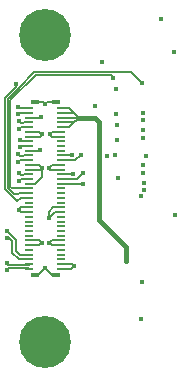
<source format=gbr>
%TF.GenerationSoftware,KiCad,Pcbnew,7.0.10*%
%TF.CreationDate,2024-02-01T11:04:59-05:00*%
%TF.ProjectId,quad_payload_adapter,71756164-5f70-4617-996c-6f61645f6164,rev?*%
%TF.SameCoordinates,Original*%
%TF.FileFunction,Copper,L6,Bot*%
%TF.FilePolarity,Positive*%
%FSLAX46Y46*%
G04 Gerber Fmt 4.6, Leading zero omitted, Abs format (unit mm)*
G04 Created by KiCad (PCBNEW 7.0.10) date 2024-02-01 11:04:59*
%MOMM*%
%LPD*%
G01*
G04 APERTURE LIST*
%TA.AperFunction,SMDPad,CuDef*%
%ADD10R,0.700000X0.350000*%
%TD*%
%TA.AperFunction,SMDPad,CuDef*%
%ADD11R,0.660000X0.230000*%
%TD*%
%TA.AperFunction,ComponentPad*%
%ADD12C,4.400000*%
%TD*%
%TA.AperFunction,ViaPad*%
%ADD13C,0.400000*%
%TD*%
%TA.AperFunction,Conductor*%
%ADD14C,0.127000*%
%TD*%
%TA.AperFunction,Conductor*%
%ADD15C,0.152400*%
%TD*%
%TA.AperFunction,Conductor*%
%ADD16C,0.381000*%
%TD*%
%TA.AperFunction,Conductor*%
%ADD17C,0.132080*%
%TD*%
%TA.AperFunction,Conductor*%
%ADD18C,0.144780*%
%TD*%
G04 APERTURE END LIST*
D10*
%TO.P,J2,SH,Shield*%
%TO.N,GND*%
X96860000Y-92665000D03*
X95140000Y-92665000D03*
X96860000Y-107335000D03*
X95140000Y-107335000D03*
D11*
%TO.P,J2,70,Pin_70*%
%TO.N,+VIN_PROT_PAYLOAD*%
X97355000Y-93200000D03*
%TO.P,J2,69,Pin_69*%
X97355000Y-93600000D03*
%TO.P,J2,68,Pin_68*%
X97355000Y-94000000D03*
%TO.P,J2,67,Pin_67*%
X97355000Y-94400000D03*
%TO.P,J2,66,Pin_66*%
X97355000Y-94800000D03*
%TO.P,J2,65,Pin_65*%
%TO.N,GND*%
X97355000Y-95200000D03*
%TO.P,J2,64,Pin_64*%
X97355000Y-95600000D03*
%TO.P,J2,63,Pin_63*%
%TO.N,unconnected-(J2-Pin_63-Pad63)*%
X97355000Y-96000000D03*
%TO.P,J2,62,Pin_62*%
%TO.N,unconnected-(J2-Pin_62-Pad62)*%
X97355000Y-96400000D03*
%TO.P,J2,61,Pin_61*%
%TO.N,unconnected-(J2-Pin_61-Pad61)*%
X97355000Y-96800000D03*
%TO.P,J2,60,Pin_60*%
%TO.N,USB2_SSRX+*%
X97355000Y-97200000D03*
%TO.P,J2,59,Pin_59*%
%TO.N,USB2_SSRX-*%
X97355000Y-97600000D03*
%TO.P,J2,58,Pin_58*%
%TO.N,GND*%
X97355000Y-98000000D03*
%TO.P,J2,57,Pin_57*%
X97355000Y-98400000D03*
%TO.P,J2,56,Pin_56*%
%TO.N,USB2_SSTX+*%
X97355000Y-98800000D03*
%TO.P,J2,55,Pin_55*%
%TO.N,USB2_SSTX-*%
X97355000Y-99200000D03*
%TO.P,J2,54,Pin_54*%
%TO.N,GND*%
X97355000Y-99600000D03*
%TO.P,J2,53,Pin_53*%
%TO.N,unconnected-(J2-Pin_53-Pad53)*%
X97355000Y-100000000D03*
%TO.P,J2,52,Pin_52*%
%TO.N,unconnected-(J2-Pin_52-Pad52)*%
X97355000Y-100400000D03*
%TO.P,J2,51,Pin_51*%
%TO.N,unconnected-(J2-Pin_51-Pad51)*%
X97355000Y-100800000D03*
%TO.P,J2,50,Pin_50*%
%TO.N,unconnected-(J2-Pin_50-Pad50)*%
X97355000Y-101200000D03*
%TO.P,J2,49,Pin_49*%
%TO.N,GND*%
X97355000Y-101600000D03*
%TO.P,J2,48,Pin_48*%
X97355000Y-102000000D03*
%TO.P,J2,47,Pin_47*%
%TO.N,unconnected-(J2-Pin_47-Pad47)*%
X97355000Y-102400000D03*
%TO.P,J2,46,Pin_46*%
%TO.N,unconnected-(J2-Pin_46-Pad46)*%
X97355000Y-102800000D03*
%TO.P,J2,45,Pin_45*%
%TO.N,unconnected-(J2-Pin_45-Pad45)*%
X97355000Y-103200000D03*
%TO.P,J2,44,Pin_44*%
%TO.N,unconnected-(J2-Pin_44-Pad44)*%
X97355000Y-103600000D03*
%TO.P,J2,43,Pin_43*%
%TO.N,unconnected-(J2-Pin_43-Pad43)*%
X97355000Y-104000000D03*
%TO.P,J2,42,Pin_42*%
%TO.N,GND*%
X97355000Y-104400000D03*
%TO.P,J2,41,Pin_41*%
X97355000Y-104800000D03*
%TO.P,J2,40,Pin_40*%
%TO.N,unconnected-(J2-Pin_40-Pad40)*%
X97355000Y-105200000D03*
%TO.P,J2,39,Pin_39*%
%TO.N,unconnected-(J2-Pin_39-Pad39)*%
X97355000Y-105600000D03*
%TO.P,J2,38,Pin_38*%
%TO.N,unconnected-(J2-Pin_38-Pad38)*%
X97355000Y-106000000D03*
%TO.P,J2,37,Pin_37*%
%TO.N,+3.3V*%
X97355000Y-106400000D03*
%TO.P,J2,36,Pin_36*%
X97355000Y-106800000D03*
%TO.P,J2,35,Pin_35*%
%TO.N,CAM1_D3_N*%
X94645000Y-93200000D03*
%TO.P,J2,34,Pin_34*%
%TO.N,CAM1_D3_P*%
X94645000Y-93600000D03*
%TO.P,J2,33,Pin_33*%
%TO.N,GND*%
X94645000Y-94000000D03*
%TO.P,J2,32,Pin_32*%
%TO.N,CAM1_D2_N*%
X94645000Y-94400000D03*
%TO.P,J2,31,Pin_31*%
%TO.N,CAM1_D2_P*%
X94645000Y-94800000D03*
%TO.P,J2,30,Pin_30*%
%TO.N,GND*%
X94645000Y-95200000D03*
%TO.P,J2,29,Pin_29*%
X94645000Y-95600000D03*
%TO.P,J2,28,Pin_28*%
%TO.N,CAM1_C_N*%
X94645000Y-96000000D03*
%TO.P,J2,27,Pin_27*%
%TO.N,CAM1_C_P*%
X94645000Y-96400000D03*
%TO.P,J2,26,Pin_26*%
%TO.N,GND*%
X94645000Y-96800000D03*
%TO.P,J2,25,Pin_25*%
%TO.N,CAM1_D1_N*%
X94645000Y-97200000D03*
%TO.P,J2,24,Pin_24*%
%TO.N,CAM1_D1_P*%
X94645000Y-97600000D03*
%TO.P,J2,23,Pin_23*%
%TO.N,GND*%
X94645000Y-98000000D03*
%TO.P,J2,22,Pin_22*%
X94645000Y-98400000D03*
%TO.P,J2,21,Pin_21*%
%TO.N,CAM1_D0_N*%
X94645000Y-98800000D03*
%TO.P,J2,20,Pin_20*%
%TO.N,CAM1_D0_P*%
X94645000Y-99200000D03*
%TO.P,J2,19,Pin_19*%
%TO.N,GND*%
X94645000Y-99600000D03*
%TO.P,J2,18,Pin_18*%
%TO.N,SDA0*%
X94645000Y-100000000D03*
%TO.P,J2,17,Pin_17*%
%TO.N,SCL0*%
X94645000Y-100400000D03*
%TO.P,J2,16,Pin_16*%
%TO.N,CAM_GPIO*%
X94645000Y-100800000D03*
%TO.P,J2,15,Pin_15*%
%TO.N,unconnected-(J2-Pin_15-Pad15)*%
X94645000Y-101200000D03*
%TO.P,J2,14,Pin_14*%
%TO.N,GND*%
X94645000Y-101600000D03*
%TO.P,J2,13,Pin_13*%
X94645000Y-102000000D03*
%TO.P,J2,12,Pin_12*%
%TO.N,unconnected-(J2-Pin_12-Pad12)*%
X94645000Y-102400000D03*
%TO.P,J2,11,Pin_11*%
%TO.N,unconnected-(J2-Pin_11-Pad11)*%
X94645000Y-102800000D03*
%TO.P,J2,10,Pin_10*%
%TO.N,unconnected-(J2-Pin_10-Pad10)*%
X94645000Y-103200000D03*
%TO.P,J2,9,Pin_9*%
%TO.N,unconnected-(J2-Pin_9-Pad9)*%
X94645000Y-103600000D03*
%TO.P,J2,8,Pin_8*%
%TO.N,unconnected-(J2-Pin_8-Pad8)*%
X94645000Y-104000000D03*
%TO.P,J2,7,Pin_7*%
%TO.N,GND*%
X94645000Y-104400000D03*
%TO.P,J2,6,Pin_6*%
X94645000Y-104800000D03*
%TO.P,J2,5,Pin_5*%
%TO.N,unconnected-(J2-Pin_5-Pad5)*%
X94645000Y-105200000D03*
%TO.P,J2,4,Pin_4*%
%TO.N,ETH_PAYLOAD_RX_POSTMAG_P*%
X94645000Y-105600000D03*
%TO.P,J2,3,Pin_3*%
%TO.N,ETH_PAYLOAD_RX_POSTMAG_N*%
X94645000Y-106000000D03*
%TO.P,J2,2,Pin_2*%
%TO.N,ETH_PAYLOAD_TX_POSTMAG_P*%
X94645000Y-106400000D03*
%TO.P,J2,1,Pin_1*%
%TO.N,ETH_PAYLOAD_TX_POSTMAG_N*%
X94645000Y-106800000D03*
%TD*%
D12*
%TO.P,H1,1,1*%
%TO.N,GND*%
X96000000Y-87000000D03*
%TD*%
%TO.P,H2,1,1*%
%TO.N,GND*%
X96000000Y-113000000D03*
%TD*%
D13*
%TO.N,CAM1_C_P*%
X101244400Y-97256600D03*
%TO.N,GND*%
X95504000Y-96774000D03*
X96316800Y-102514400D03*
X96266000Y-98298000D03*
X95707200Y-98272600D03*
X104089200Y-100660200D03*
X102158800Y-99085400D03*
X104495600Y-97231200D03*
X102057200Y-95859600D03*
X101955600Y-93675200D03*
X101955600Y-91567000D03*
%TO.N,CAM_GPIO*%
X100203000Y-93040200D03*
%TO.N,+3.3V*%
X98425000Y-106578400D03*
%TO.N,+VIN_PROT_PAYLOAD*%
X102819200Y-106121200D03*
%TO.N,GND*%
X96393000Y-95402400D03*
X95681800Y-95427802D03*
X95631000Y-93980000D03*
X95961200Y-92837000D03*
X95961200Y-106705400D03*
X96342200Y-104597200D03*
X95681800Y-104597200D03*
X93751400Y-101803200D03*
%TO.N,CAM_GPIO*%
X93497400Y-91135200D03*
%TO.N,SCL0*%
X104165400Y-91059000D03*
%TO.N,SDA0*%
X101752400Y-90627200D03*
%TO.N,GND*%
X102031800Y-94589600D03*
%TO.N,CAM1_D2_N*%
X104241600Y-95728130D03*
%TO.N,CAM1_D2_P*%
X104241600Y-95076670D03*
%TO.N,CAM1_D3_N*%
X104292400Y-94229530D03*
%TO.N,CAM1_D3_P*%
X104292400Y-93578070D03*
%TO.N,CAM1_D3_N*%
X93687668Y-93074270D03*
%TO.N,CAM1_D3_P*%
X93687668Y-93725730D03*
%TO.N,CAM1_D0_P*%
X93799153Y-99325730D03*
%TO.N,CAM1_D0_N*%
X93799153Y-98674270D03*
%TO.N,CAM1_D1_P*%
X93692365Y-97725730D03*
%TO.N,CAM1_D1_N*%
X93692365Y-97074270D03*
%TO.N,CAM1_C_N*%
X93811211Y-95874270D03*
%TO.N,CAM1_C_P*%
X93811211Y-96525730D03*
%TO.N,CAM1_D2_N*%
X93770992Y-94274270D03*
%TO.N,CAM1_D2_P*%
X93770992Y-94925730D03*
%TO.N,CAM1_C_N*%
X101867665Y-97165729D03*
%TO.N,CAM1_D1_N*%
X104267000Y-98665730D03*
%TO.N,CAM1_D1_P*%
X104267000Y-98014270D03*
%TO.N,CAM1_D0_N*%
X104368600Y-100165729D03*
%TO.N,CAM1_D0_P*%
X104368600Y-99514269D03*
%TO.N,GND*%
X100830000Y-89330000D03*
X105750000Y-85640000D03*
X106850000Y-88420000D03*
X106930000Y-102250000D03*
X104120000Y-111010000D03*
X104170000Y-107950000D03*
X99187000Y-99644200D03*
%TO.N,USB2_SSTX+*%
X98300000Y-98790000D03*
%TO.N,USB2_SSTX-*%
X99190000Y-98656500D03*
%TO.N,USB2_SSRX+*%
X98210000Y-97200000D03*
%TO.N,USB2_SSRX-*%
X98970000Y-97136500D03*
%TO.N,ETH_PAYLOAD_TX_POSTMAG_N*%
X92730000Y-106886360D03*
%TO.N,ETH_PAYLOAD_TX_POSTMAG_P*%
X92730000Y-106313640D03*
%TO.N,ETH_PAYLOAD_RX_POSTMAG_N*%
X92786465Y-104191360D03*
%TO.N,ETH_PAYLOAD_RX_POSTMAG_P*%
X92786465Y-103618640D03*
%TD*%
D14*
%TO.N,GND*%
X94645000Y-95200000D02*
X95453998Y-95200000D01*
X95509602Y-95600000D02*
X95681800Y-95427802D01*
X95453998Y-95200000D02*
X95681800Y-95427802D01*
X94645000Y-95600000D02*
X95509602Y-95600000D01*
X96595400Y-95200000D02*
X96393000Y-95402400D01*
X97355000Y-95200000D02*
X96595400Y-95200000D01*
X96590600Y-95600000D02*
X96393000Y-95402400D01*
X97355000Y-95600000D02*
X96590600Y-95600000D01*
X96539400Y-104400000D02*
X96342200Y-104597200D01*
X97355000Y-104400000D02*
X96539400Y-104400000D01*
X96545000Y-104800000D02*
X96342200Y-104597200D01*
X97355000Y-104800000D02*
X96545000Y-104800000D01*
X95484600Y-104400000D02*
X95681800Y-104597200D01*
X94645000Y-104400000D02*
X95484600Y-104400000D01*
X95479000Y-104800000D02*
X95681800Y-104597200D01*
X94645000Y-104800000D02*
X95479000Y-104800000D01*
X93954600Y-101600000D02*
X93751400Y-101803200D01*
X94645000Y-101600000D02*
X93954600Y-101600000D01*
X93948200Y-102000000D02*
X93751400Y-101803200D01*
X94645000Y-102000000D02*
X93948200Y-102000000D01*
%TO.N,SDA0*%
X101523800Y-90398600D02*
X101752400Y-90627200D01*
X93040200Y-92518380D02*
X95159980Y-90398600D01*
X93040200Y-99847400D02*
X93040200Y-92518380D01*
X93192800Y-100000000D02*
X93040200Y-99847400D01*
X94645000Y-100000000D02*
X93192800Y-100000000D01*
%TO.N,SCL0*%
X93326510Y-100457000D02*
X93675200Y-100457000D01*
X93726000Y-91509290D02*
X92811600Y-92423690D01*
X92811600Y-92423690D02*
X92811600Y-99942090D01*
X93726000Y-91465401D02*
X93726000Y-91509290D01*
X92811600Y-99942090D02*
X93326510Y-100457000D01*
X103276400Y-90170000D02*
X95021401Y-90170000D01*
X104165400Y-91059000D02*
X103276400Y-90170000D01*
%TO.N,SDA0*%
X95159980Y-90398600D02*
X101523800Y-90398600D01*
%TO.N,SCL0*%
X95021401Y-90170000D02*
X93726000Y-91465401D01*
%TO.N,GND*%
X97355000Y-99600000D02*
X99142800Y-99600000D01*
X99142800Y-99600000D02*
X99187000Y-99644200D01*
D15*
X96133200Y-92665000D02*
X95961200Y-92837000D01*
X96860000Y-92665000D02*
X96133200Y-92665000D01*
X95331600Y-107335000D02*
X95961200Y-106705400D01*
X95140000Y-107335000D02*
X95331600Y-107335000D01*
X94645000Y-96800000D02*
X95478000Y-96800000D01*
X95478000Y-96800000D02*
X95504000Y-96774000D01*
X96316800Y-101955600D02*
X96316800Y-102514400D01*
X96672400Y-101600000D02*
X96316800Y-101955600D01*
X97355000Y-101600000D02*
X96672400Y-101600000D01*
X97355000Y-102000000D02*
X96831200Y-102000000D01*
X96831200Y-102000000D02*
X96316800Y-102514400D01*
X96368000Y-98400000D02*
X96266000Y-98298000D01*
X97355000Y-98400000D02*
X96368000Y-98400000D01*
X96564000Y-98000000D02*
X96266000Y-98298000D01*
X97355000Y-98000000D02*
X96564000Y-98000000D01*
X95434600Y-98000000D02*
X95707200Y-98272600D01*
X94645000Y-98000000D02*
X95434600Y-98000000D01*
X95579800Y-98400000D02*
X95707200Y-98272600D01*
X94645000Y-98400000D02*
X95579800Y-98400000D01*
X95707200Y-99020200D02*
X95707200Y-98272600D01*
X95127400Y-99600000D02*
X95707200Y-99020200D01*
X94645000Y-99600000D02*
X95127400Y-99600000D01*
%TO.N,+3.3V*%
X98203400Y-106800000D02*
X98425000Y-106578400D01*
X97355000Y-106800000D02*
X98203400Y-106800000D01*
X98246600Y-106400000D02*
X98425000Y-106578400D01*
X97355000Y-106400000D02*
X98246600Y-106400000D01*
%TO.N,+VIN_PROT_PAYLOAD*%
X98011400Y-94800000D02*
X98806000Y-94005400D01*
X97355000Y-94800000D02*
X98011400Y-94800000D01*
X98411400Y-94400000D02*
X98806000Y-94005400D01*
X97355000Y-94400000D02*
X98411400Y-94400000D01*
X98800600Y-94000000D02*
X98806000Y-94005400D01*
X97355000Y-94000000D02*
X98800600Y-94000000D01*
X98400600Y-93600000D02*
X98806000Y-94005400D01*
X97355000Y-93600000D02*
X98400600Y-93600000D01*
X98000600Y-93200000D02*
X98806000Y-94005400D01*
X97355000Y-93200000D02*
X98000600Y-93200000D01*
D16*
X100558600Y-94411800D02*
X100203000Y-94056200D01*
X100558600Y-102666800D02*
X100558600Y-94411800D01*
X100203000Y-94056200D02*
X100152200Y-94005400D01*
X100558600Y-102666800D02*
X102819200Y-104927400D01*
X100152200Y-94005400D02*
X98806000Y-94005400D01*
X102819200Y-106121200D02*
X102819200Y-104927400D01*
D14*
%TO.N,GND*%
X95611000Y-94000000D02*
X95631000Y-93980000D01*
X94645000Y-94000000D02*
X95611000Y-94000000D01*
X95789200Y-92665000D02*
X95961200Y-92837000D01*
X95140000Y-92665000D02*
X95789200Y-92665000D01*
X96590800Y-107335000D02*
X95961200Y-106705400D01*
X96860000Y-107335000D02*
X96590800Y-107335000D01*
%TO.N,CAM_GPIO*%
X93497400Y-91414600D02*
X93497400Y-91135200D01*
X92583000Y-92329000D02*
X93497400Y-91414600D01*
X92583000Y-100050600D02*
X92583000Y-92329000D01*
X93624400Y-101092000D02*
X92583000Y-100050600D01*
X93916400Y-100800000D02*
X93624400Y-101092000D01*
X94645000Y-100800000D02*
X93916400Y-100800000D01*
%TO.N,SCL0*%
X93732200Y-100400000D02*
X93675200Y-100457000D01*
X94645000Y-100400000D02*
X93732200Y-100400000D01*
D17*
%TO.N,CAM1_D3_N*%
X93831788Y-93218390D02*
X93687668Y-93074270D01*
X94131609Y-93218390D02*
X93831788Y-93218390D01*
X94645000Y-93200000D02*
X94149999Y-93200000D01*
X94149999Y-93200000D02*
X94131609Y-93218390D01*
%TO.N,CAM1_D3_P*%
X93831788Y-93581610D02*
X93687668Y-93725730D01*
X94131609Y-93581610D02*
X93831788Y-93581610D01*
X94645000Y-93600000D02*
X94149999Y-93600000D01*
X94149999Y-93600000D02*
X94131609Y-93581610D01*
%TO.N,CAM1_D0_N*%
X93943273Y-98818390D02*
X93799153Y-98674270D01*
X94131609Y-98818390D02*
X93943273Y-98818390D01*
X94149999Y-98800000D02*
X94131609Y-98818390D01*
X94645000Y-98800000D02*
X94149999Y-98800000D01*
%TO.N,CAM1_D0_P*%
X94131609Y-99181610D02*
X93943273Y-99181610D01*
X94645000Y-99200000D02*
X94149999Y-99200000D01*
X94149999Y-99200000D02*
X94131609Y-99181610D01*
X93943273Y-99181610D02*
X93799153Y-99325730D01*
%TO.N,CAM1_D1_N*%
X93836485Y-97218390D02*
X93692365Y-97074270D01*
X94131609Y-97218390D02*
X93836485Y-97218390D01*
X94149999Y-97200000D02*
X94131609Y-97218390D01*
X94645000Y-97200000D02*
X94149999Y-97200000D01*
%TO.N,CAM1_D1_P*%
X94131609Y-97581610D02*
X93836485Y-97581610D01*
X93836485Y-97581610D02*
X93692365Y-97725730D01*
X94149999Y-97600000D02*
X94131609Y-97581610D01*
X94645000Y-97600000D02*
X94149999Y-97600000D01*
%TO.N,CAM1_C_N*%
X93955331Y-96018390D02*
X93811211Y-95874270D01*
X94131609Y-96018390D02*
X93955331Y-96018390D01*
X94149999Y-96000000D02*
X94131609Y-96018390D01*
X94645000Y-96000000D02*
X94149999Y-96000000D01*
%TO.N,CAM1_C_P*%
X94131609Y-96381610D02*
X93955331Y-96381610D01*
X94149999Y-96400000D02*
X94131609Y-96381610D01*
X93955331Y-96381610D02*
X93811211Y-96525730D01*
X94645000Y-96400000D02*
X94149999Y-96400000D01*
%TO.N,CAM1_D2_N*%
X93915112Y-94418390D02*
X93770992Y-94274270D01*
X94131609Y-94418390D02*
X93915112Y-94418390D01*
X94149999Y-94400000D02*
X94131609Y-94418390D01*
X94645000Y-94400000D02*
X94149999Y-94400000D01*
%TO.N,CAM1_D2_P*%
X94149999Y-94800000D02*
X94131609Y-94781610D01*
X94645000Y-94800000D02*
X94149999Y-94800000D01*
X94131609Y-94781610D02*
X93915112Y-94781610D01*
X93915112Y-94781610D02*
X93770992Y-94925730D01*
D18*
%TO.N,USB2_SSTX+*%
X97365000Y-98790000D02*
X97355000Y-98800000D01*
X98300000Y-98790000D02*
X97365000Y-98790000D01*
%TO.N,USB2_SSTX-*%
X98646500Y-99200000D02*
X99190000Y-98656500D01*
X97355000Y-99200000D02*
X98646500Y-99200000D01*
%TO.N,USB2_SSRX-*%
X98506500Y-97600000D02*
X98970000Y-97136500D01*
%TO.N,USB2_SSRX+*%
X98210000Y-97200000D02*
X97355000Y-97200000D01*
%TO.N,USB2_SSRX-*%
X97355000Y-97600000D02*
X98506500Y-97600000D01*
D17*
%TO.N,ETH_PAYLOAD_TX_POSTMAG_N*%
X92863959Y-106752401D02*
X92730000Y-106886360D01*
X94597401Y-106752401D02*
X92863959Y-106752401D01*
%TO.N,ETH_PAYLOAD_TX_POSTMAG_P*%
X94597401Y-106447599D02*
X92863959Y-106447599D01*
%TO.N,ETH_PAYLOAD_TX_POSTMAG_N*%
X94645000Y-106800000D02*
X94597401Y-106752401D01*
%TO.N,ETH_PAYLOAD_TX_POSTMAG_P*%
X92863959Y-106447599D02*
X92730000Y-106313640D01*
X94645000Y-106400000D02*
X94597401Y-106447599D01*
%TO.N,ETH_PAYLOAD_RX_POSTMAG_N*%
X94149999Y-106000000D02*
X94645000Y-106000000D01*
X94102399Y-105952400D02*
X94149999Y-106000000D01*
X93736872Y-105952400D02*
X94102399Y-105952400D01*
X93207600Y-105423128D02*
X93736872Y-105952400D01*
X93207600Y-104470828D02*
X93207600Y-105423128D01*
X92928132Y-104191360D02*
X93207600Y-104470828D01*
X92786465Y-104191360D02*
X92928132Y-104191360D01*
%TO.N,ETH_PAYLOAD_RX_POSTMAG_P*%
X94149999Y-105600000D02*
X94645000Y-105600000D01*
X94102399Y-105647600D02*
X94149999Y-105600000D01*
X93863128Y-105647600D02*
X94102399Y-105647600D01*
X93512400Y-105296872D02*
X93863128Y-105647600D01*
X93512400Y-104344575D02*
X93512400Y-105296872D01*
X92786465Y-103618640D02*
X93512400Y-104344575D01*
%TD*%
M02*

</source>
